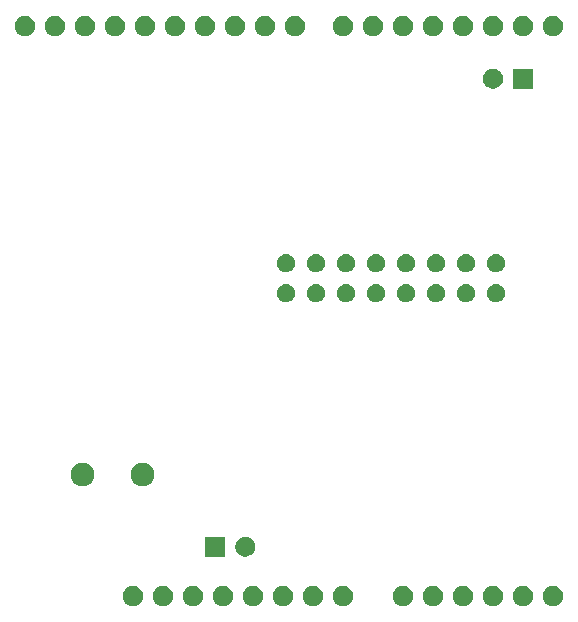
<source format=gbr>
G04 #@! TF.GenerationSoftware,KiCad,Pcbnew,(5.1.6)-1*
G04 #@! TF.CreationDate,2021-01-14T14:31:44+01:00*
G04 #@! TF.ProjectId,Thermolino2,54686572-6d6f-46c6-996e-6f322e6b6963,C*
G04 #@! TF.SameCoordinates,Original*
G04 #@! TF.FileFunction,Soldermask,Bot*
G04 #@! TF.FilePolarity,Negative*
%FSLAX46Y46*%
G04 Gerber Fmt 4.6, Leading zero omitted, Abs format (unit mm)*
G04 Created by KiCad (PCBNEW (5.1.6)-1) date 2021-01-14 14:31:44*
%MOMM*%
%LPD*%
G01*
G04 APERTURE LIST*
%ADD10C,0.152400*%
G04 APERTURE END LIST*
D10*
G36*
X178349480Y-123866994D02*
G01*
X178432903Y-123883587D01*
X178590068Y-123948687D01*
X178731513Y-124043198D01*
X178851802Y-124163487D01*
X178946313Y-124304932D01*
X179011413Y-124462097D01*
X179044600Y-124628943D01*
X179044600Y-124799057D01*
X179011413Y-124965903D01*
X178946313Y-125123068D01*
X178851802Y-125264513D01*
X178731513Y-125384802D01*
X178590068Y-125479313D01*
X178432903Y-125544413D01*
X178349480Y-125561006D01*
X178266059Y-125577600D01*
X178095941Y-125577600D01*
X178012520Y-125561006D01*
X177929097Y-125544413D01*
X177771932Y-125479313D01*
X177630487Y-125384802D01*
X177510198Y-125264513D01*
X177415687Y-125123068D01*
X177350587Y-124965903D01*
X177317400Y-124799057D01*
X177317400Y-124628943D01*
X177350587Y-124462097D01*
X177415687Y-124304932D01*
X177510198Y-124163487D01*
X177630487Y-124043198D01*
X177771932Y-123948687D01*
X177929097Y-123883587D01*
X178012520Y-123866994D01*
X178095941Y-123850400D01*
X178266059Y-123850400D01*
X178349480Y-123866994D01*
G37*
G36*
X173269480Y-123866994D02*
G01*
X173352903Y-123883587D01*
X173510068Y-123948687D01*
X173651513Y-124043198D01*
X173771802Y-124163487D01*
X173866313Y-124304932D01*
X173931413Y-124462097D01*
X173964600Y-124628943D01*
X173964600Y-124799057D01*
X173931413Y-124965903D01*
X173866313Y-125123068D01*
X173771802Y-125264513D01*
X173651513Y-125384802D01*
X173510068Y-125479313D01*
X173352903Y-125544413D01*
X173269480Y-125561006D01*
X173186059Y-125577600D01*
X173015941Y-125577600D01*
X172932520Y-125561006D01*
X172849097Y-125544413D01*
X172691932Y-125479313D01*
X172550487Y-125384802D01*
X172430198Y-125264513D01*
X172335687Y-125123068D01*
X172270587Y-124965903D01*
X172237400Y-124799057D01*
X172237400Y-124628943D01*
X172270587Y-124462097D01*
X172335687Y-124304932D01*
X172430198Y-124163487D01*
X172550487Y-124043198D01*
X172691932Y-123948687D01*
X172849097Y-123883587D01*
X172932520Y-123866994D01*
X173015941Y-123850400D01*
X173186059Y-123850400D01*
X173269480Y-123866994D01*
G37*
G36*
X170729480Y-123866994D02*
G01*
X170812903Y-123883587D01*
X170970068Y-123948687D01*
X171111513Y-124043198D01*
X171231802Y-124163487D01*
X171326313Y-124304932D01*
X171391413Y-124462097D01*
X171424600Y-124628943D01*
X171424600Y-124799057D01*
X171391413Y-124965903D01*
X171326313Y-125123068D01*
X171231802Y-125264513D01*
X171111513Y-125384802D01*
X170970068Y-125479313D01*
X170812903Y-125544413D01*
X170729480Y-125561006D01*
X170646059Y-125577600D01*
X170475941Y-125577600D01*
X170392520Y-125561006D01*
X170309097Y-125544413D01*
X170151932Y-125479313D01*
X170010487Y-125384802D01*
X169890198Y-125264513D01*
X169795687Y-125123068D01*
X169730587Y-124965903D01*
X169697400Y-124799057D01*
X169697400Y-124628943D01*
X169730587Y-124462097D01*
X169795687Y-124304932D01*
X169890198Y-124163487D01*
X170010487Y-124043198D01*
X170151932Y-123948687D01*
X170309097Y-123883587D01*
X170392520Y-123866994D01*
X170475941Y-123850400D01*
X170646059Y-123850400D01*
X170729480Y-123866994D01*
G37*
G36*
X168189480Y-123866994D02*
G01*
X168272903Y-123883587D01*
X168430068Y-123948687D01*
X168571513Y-124043198D01*
X168691802Y-124163487D01*
X168786313Y-124304932D01*
X168851413Y-124462097D01*
X168884600Y-124628943D01*
X168884600Y-124799057D01*
X168851413Y-124965903D01*
X168786313Y-125123068D01*
X168691802Y-125264513D01*
X168571513Y-125384802D01*
X168430068Y-125479313D01*
X168272903Y-125544413D01*
X168189480Y-125561006D01*
X168106059Y-125577600D01*
X167935941Y-125577600D01*
X167852520Y-125561006D01*
X167769097Y-125544413D01*
X167611932Y-125479313D01*
X167470487Y-125384802D01*
X167350198Y-125264513D01*
X167255687Y-125123068D01*
X167190587Y-124965903D01*
X167157400Y-124799057D01*
X167157400Y-124628943D01*
X167190587Y-124462097D01*
X167255687Y-124304932D01*
X167350198Y-124163487D01*
X167470487Y-124043198D01*
X167611932Y-123948687D01*
X167769097Y-123883587D01*
X167852520Y-123866994D01*
X167935941Y-123850400D01*
X168106059Y-123850400D01*
X168189480Y-123866994D01*
G37*
G36*
X142789480Y-123866994D02*
G01*
X142872903Y-123883587D01*
X143030068Y-123948687D01*
X143171513Y-124043198D01*
X143291802Y-124163487D01*
X143386313Y-124304932D01*
X143451413Y-124462097D01*
X143484600Y-124628943D01*
X143484600Y-124799057D01*
X143451413Y-124965903D01*
X143386313Y-125123068D01*
X143291802Y-125264513D01*
X143171513Y-125384802D01*
X143030068Y-125479313D01*
X142872903Y-125544413D01*
X142789480Y-125561006D01*
X142706059Y-125577600D01*
X142535941Y-125577600D01*
X142452520Y-125561006D01*
X142369097Y-125544413D01*
X142211932Y-125479313D01*
X142070487Y-125384802D01*
X141950198Y-125264513D01*
X141855687Y-125123068D01*
X141790587Y-124965903D01*
X141757400Y-124799057D01*
X141757400Y-124628943D01*
X141790587Y-124462097D01*
X141855687Y-124304932D01*
X141950198Y-124163487D01*
X142070487Y-124043198D01*
X142211932Y-123948687D01*
X142369097Y-123883587D01*
X142452520Y-123866994D01*
X142535941Y-123850400D01*
X142706059Y-123850400D01*
X142789480Y-123866994D01*
G37*
G36*
X145329480Y-123866994D02*
G01*
X145412903Y-123883587D01*
X145570068Y-123948687D01*
X145711513Y-124043198D01*
X145831802Y-124163487D01*
X145926313Y-124304932D01*
X145991413Y-124462097D01*
X146024600Y-124628943D01*
X146024600Y-124799057D01*
X145991413Y-124965903D01*
X145926313Y-125123068D01*
X145831802Y-125264513D01*
X145711513Y-125384802D01*
X145570068Y-125479313D01*
X145412903Y-125544413D01*
X145329480Y-125561006D01*
X145246059Y-125577600D01*
X145075941Y-125577600D01*
X144992520Y-125561006D01*
X144909097Y-125544413D01*
X144751932Y-125479313D01*
X144610487Y-125384802D01*
X144490198Y-125264513D01*
X144395687Y-125123068D01*
X144330587Y-124965903D01*
X144297400Y-124799057D01*
X144297400Y-124628943D01*
X144330587Y-124462097D01*
X144395687Y-124304932D01*
X144490198Y-124163487D01*
X144610487Y-124043198D01*
X144751932Y-123948687D01*
X144909097Y-123883587D01*
X144992520Y-123866994D01*
X145075941Y-123850400D01*
X145246059Y-123850400D01*
X145329480Y-123866994D01*
G37*
G36*
X147869480Y-123866994D02*
G01*
X147952903Y-123883587D01*
X148110068Y-123948687D01*
X148251513Y-124043198D01*
X148371802Y-124163487D01*
X148466313Y-124304932D01*
X148531413Y-124462097D01*
X148564600Y-124628943D01*
X148564600Y-124799057D01*
X148531413Y-124965903D01*
X148466313Y-125123068D01*
X148371802Y-125264513D01*
X148251513Y-125384802D01*
X148110068Y-125479313D01*
X147952903Y-125544413D01*
X147869480Y-125561006D01*
X147786059Y-125577600D01*
X147615941Y-125577600D01*
X147532520Y-125561006D01*
X147449097Y-125544413D01*
X147291932Y-125479313D01*
X147150487Y-125384802D01*
X147030198Y-125264513D01*
X146935687Y-125123068D01*
X146870587Y-124965903D01*
X146837400Y-124799057D01*
X146837400Y-124628943D01*
X146870587Y-124462097D01*
X146935687Y-124304932D01*
X147030198Y-124163487D01*
X147150487Y-124043198D01*
X147291932Y-123948687D01*
X147449097Y-123883587D01*
X147532520Y-123866994D01*
X147615941Y-123850400D01*
X147786059Y-123850400D01*
X147869480Y-123866994D01*
G37*
G36*
X150409480Y-123866994D02*
G01*
X150492903Y-123883587D01*
X150650068Y-123948687D01*
X150791513Y-124043198D01*
X150911802Y-124163487D01*
X151006313Y-124304932D01*
X151071413Y-124462097D01*
X151104600Y-124628943D01*
X151104600Y-124799057D01*
X151071413Y-124965903D01*
X151006313Y-125123068D01*
X150911802Y-125264513D01*
X150791513Y-125384802D01*
X150650068Y-125479313D01*
X150492903Y-125544413D01*
X150409480Y-125561006D01*
X150326059Y-125577600D01*
X150155941Y-125577600D01*
X150072520Y-125561006D01*
X149989097Y-125544413D01*
X149831932Y-125479313D01*
X149690487Y-125384802D01*
X149570198Y-125264513D01*
X149475687Y-125123068D01*
X149410587Y-124965903D01*
X149377400Y-124799057D01*
X149377400Y-124628943D01*
X149410587Y-124462097D01*
X149475687Y-124304932D01*
X149570198Y-124163487D01*
X149690487Y-124043198D01*
X149831932Y-123948687D01*
X149989097Y-123883587D01*
X150072520Y-123866994D01*
X150155941Y-123850400D01*
X150326059Y-123850400D01*
X150409480Y-123866994D01*
G37*
G36*
X152949480Y-123866994D02*
G01*
X153032903Y-123883587D01*
X153190068Y-123948687D01*
X153331513Y-124043198D01*
X153451802Y-124163487D01*
X153546313Y-124304932D01*
X153611413Y-124462097D01*
X153644600Y-124628943D01*
X153644600Y-124799057D01*
X153611413Y-124965903D01*
X153546313Y-125123068D01*
X153451802Y-125264513D01*
X153331513Y-125384802D01*
X153190068Y-125479313D01*
X153032903Y-125544413D01*
X152949480Y-125561006D01*
X152866059Y-125577600D01*
X152695941Y-125577600D01*
X152612520Y-125561006D01*
X152529097Y-125544413D01*
X152371932Y-125479313D01*
X152230487Y-125384802D01*
X152110198Y-125264513D01*
X152015687Y-125123068D01*
X151950587Y-124965903D01*
X151917400Y-124799057D01*
X151917400Y-124628943D01*
X151950587Y-124462097D01*
X152015687Y-124304932D01*
X152110198Y-124163487D01*
X152230487Y-124043198D01*
X152371932Y-123948687D01*
X152529097Y-123883587D01*
X152612520Y-123866994D01*
X152695941Y-123850400D01*
X152866059Y-123850400D01*
X152949480Y-123866994D01*
G37*
G36*
X155489480Y-123866994D02*
G01*
X155572903Y-123883587D01*
X155730068Y-123948687D01*
X155871513Y-124043198D01*
X155991802Y-124163487D01*
X156086313Y-124304932D01*
X156151413Y-124462097D01*
X156184600Y-124628943D01*
X156184600Y-124799057D01*
X156151413Y-124965903D01*
X156086313Y-125123068D01*
X155991802Y-125264513D01*
X155871513Y-125384802D01*
X155730068Y-125479313D01*
X155572903Y-125544413D01*
X155489480Y-125561006D01*
X155406059Y-125577600D01*
X155235941Y-125577600D01*
X155152520Y-125561006D01*
X155069097Y-125544413D01*
X154911932Y-125479313D01*
X154770487Y-125384802D01*
X154650198Y-125264513D01*
X154555687Y-125123068D01*
X154490587Y-124965903D01*
X154457400Y-124799057D01*
X154457400Y-124628943D01*
X154490587Y-124462097D01*
X154555687Y-124304932D01*
X154650198Y-124163487D01*
X154770487Y-124043198D01*
X154911932Y-123948687D01*
X155069097Y-123883587D01*
X155152520Y-123866994D01*
X155235941Y-123850400D01*
X155406059Y-123850400D01*
X155489480Y-123866994D01*
G37*
G36*
X158029480Y-123866994D02*
G01*
X158112903Y-123883587D01*
X158270068Y-123948687D01*
X158411513Y-124043198D01*
X158531802Y-124163487D01*
X158626313Y-124304932D01*
X158691413Y-124462097D01*
X158724600Y-124628943D01*
X158724600Y-124799057D01*
X158691413Y-124965903D01*
X158626313Y-125123068D01*
X158531802Y-125264513D01*
X158411513Y-125384802D01*
X158270068Y-125479313D01*
X158112903Y-125544413D01*
X158029480Y-125561006D01*
X157946059Y-125577600D01*
X157775941Y-125577600D01*
X157692520Y-125561006D01*
X157609097Y-125544413D01*
X157451932Y-125479313D01*
X157310487Y-125384802D01*
X157190198Y-125264513D01*
X157095687Y-125123068D01*
X157030587Y-124965903D01*
X156997400Y-124799057D01*
X156997400Y-124628943D01*
X157030587Y-124462097D01*
X157095687Y-124304932D01*
X157190198Y-124163487D01*
X157310487Y-124043198D01*
X157451932Y-123948687D01*
X157609097Y-123883587D01*
X157692520Y-123866994D01*
X157775941Y-123850400D01*
X157946059Y-123850400D01*
X158029480Y-123866994D01*
G37*
G36*
X160569480Y-123866994D02*
G01*
X160652903Y-123883587D01*
X160810068Y-123948687D01*
X160951513Y-124043198D01*
X161071802Y-124163487D01*
X161166313Y-124304932D01*
X161231413Y-124462097D01*
X161264600Y-124628943D01*
X161264600Y-124799057D01*
X161231413Y-124965903D01*
X161166313Y-125123068D01*
X161071802Y-125264513D01*
X160951513Y-125384802D01*
X160810068Y-125479313D01*
X160652903Y-125544413D01*
X160569480Y-125561006D01*
X160486059Y-125577600D01*
X160315941Y-125577600D01*
X160232520Y-125561006D01*
X160149097Y-125544413D01*
X159991932Y-125479313D01*
X159850487Y-125384802D01*
X159730198Y-125264513D01*
X159635687Y-125123068D01*
X159570587Y-124965903D01*
X159537400Y-124799057D01*
X159537400Y-124628943D01*
X159570587Y-124462097D01*
X159635687Y-124304932D01*
X159730198Y-124163487D01*
X159850487Y-124043198D01*
X159991932Y-123948687D01*
X160149097Y-123883587D01*
X160232520Y-123866994D01*
X160315941Y-123850400D01*
X160486059Y-123850400D01*
X160569480Y-123866994D01*
G37*
G36*
X165649480Y-123866994D02*
G01*
X165732903Y-123883587D01*
X165890068Y-123948687D01*
X166031513Y-124043198D01*
X166151802Y-124163487D01*
X166246313Y-124304932D01*
X166311413Y-124462097D01*
X166344600Y-124628943D01*
X166344600Y-124799057D01*
X166311413Y-124965903D01*
X166246313Y-125123068D01*
X166151802Y-125264513D01*
X166031513Y-125384802D01*
X165890068Y-125479313D01*
X165732903Y-125544413D01*
X165649480Y-125561006D01*
X165566059Y-125577600D01*
X165395941Y-125577600D01*
X165312520Y-125561006D01*
X165229097Y-125544413D01*
X165071932Y-125479313D01*
X164930487Y-125384802D01*
X164810198Y-125264513D01*
X164715687Y-125123068D01*
X164650587Y-124965903D01*
X164617400Y-124799057D01*
X164617400Y-124628943D01*
X164650587Y-124462097D01*
X164715687Y-124304932D01*
X164810198Y-124163487D01*
X164930487Y-124043198D01*
X165071932Y-123948687D01*
X165229097Y-123883587D01*
X165312520Y-123866994D01*
X165395941Y-123850400D01*
X165566059Y-123850400D01*
X165649480Y-123866994D01*
G37*
G36*
X175809480Y-123866994D02*
G01*
X175892903Y-123883587D01*
X176050068Y-123948687D01*
X176191513Y-124043198D01*
X176311802Y-124163487D01*
X176406313Y-124304932D01*
X176471413Y-124462097D01*
X176504600Y-124628943D01*
X176504600Y-124799057D01*
X176471413Y-124965903D01*
X176406313Y-125123068D01*
X176311802Y-125264513D01*
X176191513Y-125384802D01*
X176050068Y-125479313D01*
X175892903Y-125544413D01*
X175809480Y-125561006D01*
X175726059Y-125577600D01*
X175555941Y-125577600D01*
X175472520Y-125561006D01*
X175389097Y-125544413D01*
X175231932Y-125479313D01*
X175090487Y-125384802D01*
X174970198Y-125264513D01*
X174875687Y-125123068D01*
X174810587Y-124965903D01*
X174777400Y-124799057D01*
X174777400Y-124628943D01*
X174810587Y-124462097D01*
X174875687Y-124304932D01*
X174970198Y-124163487D01*
X175090487Y-124043198D01*
X175231932Y-123948687D01*
X175389097Y-123883587D01*
X175472520Y-123866994D01*
X175555941Y-123850400D01*
X175726059Y-123850400D01*
X175809480Y-123866994D01*
G37*
G36*
X152393936Y-119705665D02*
G01*
X152548626Y-119769739D01*
X152618076Y-119816145D01*
X152687844Y-119862762D01*
X152806238Y-119981156D01*
X152852855Y-120050924D01*
X152899261Y-120120374D01*
X152963335Y-120275064D01*
X152996000Y-120439282D01*
X152996000Y-120606718D01*
X152963335Y-120770936D01*
X152899261Y-120925626D01*
X152852855Y-120995076D01*
X152806238Y-121064844D01*
X152687844Y-121183238D01*
X152618076Y-121229855D01*
X152548626Y-121276261D01*
X152393936Y-121340335D01*
X152229718Y-121373000D01*
X152062282Y-121373000D01*
X151898064Y-121340335D01*
X151743374Y-121276261D01*
X151673924Y-121229855D01*
X151604156Y-121183238D01*
X151485762Y-121064844D01*
X151439145Y-120995076D01*
X151392739Y-120925626D01*
X151328665Y-120770936D01*
X151296000Y-120606718D01*
X151296000Y-120439282D01*
X151328665Y-120275064D01*
X151392739Y-120120374D01*
X151439145Y-120050924D01*
X151485762Y-119981156D01*
X151604156Y-119862762D01*
X151673924Y-119816145D01*
X151743374Y-119769739D01*
X151898064Y-119705665D01*
X152062282Y-119673000D01*
X152229718Y-119673000D01*
X152393936Y-119705665D01*
G37*
G36*
X150456000Y-121373000D02*
G01*
X148756000Y-121373000D01*
X148756000Y-119673000D01*
X150456000Y-119673000D01*
X150456000Y-121373000D01*
G37*
G36*
X143634090Y-113446214D02*
G01*
X143730689Y-113465429D01*
X143912678Y-113540811D01*
X144076463Y-113650249D01*
X144215751Y-113789537D01*
X144325189Y-113953322D01*
X144400571Y-114135311D01*
X144439000Y-114328509D01*
X144439000Y-114525491D01*
X144400571Y-114718689D01*
X144325189Y-114900678D01*
X144215751Y-115064463D01*
X144076463Y-115203751D01*
X143912678Y-115313189D01*
X143730689Y-115388571D01*
X143634090Y-115407785D01*
X143537493Y-115427000D01*
X143340507Y-115427000D01*
X143243910Y-115407785D01*
X143147311Y-115388571D01*
X142965322Y-115313189D01*
X142801537Y-115203751D01*
X142662249Y-115064463D01*
X142552811Y-114900678D01*
X142477429Y-114718689D01*
X142439000Y-114525491D01*
X142439000Y-114328509D01*
X142477429Y-114135311D01*
X142552811Y-113953322D01*
X142662249Y-113789537D01*
X142801537Y-113650249D01*
X142965322Y-113540811D01*
X143147311Y-113465429D01*
X143243910Y-113446214D01*
X143340507Y-113427000D01*
X143537493Y-113427000D01*
X143634090Y-113446214D01*
G37*
G36*
X138554090Y-113446214D02*
G01*
X138650689Y-113465429D01*
X138832678Y-113540811D01*
X138996463Y-113650249D01*
X139135751Y-113789537D01*
X139245189Y-113953322D01*
X139320571Y-114135311D01*
X139359000Y-114328509D01*
X139359000Y-114525491D01*
X139320571Y-114718689D01*
X139245189Y-114900678D01*
X139135751Y-115064463D01*
X138996463Y-115203751D01*
X138832678Y-115313189D01*
X138650689Y-115388571D01*
X138554090Y-115407785D01*
X138457493Y-115427000D01*
X138260507Y-115427000D01*
X138163910Y-115407785D01*
X138067311Y-115388571D01*
X137885322Y-115313189D01*
X137721537Y-115203751D01*
X137582249Y-115064463D01*
X137472811Y-114900678D01*
X137397429Y-114718689D01*
X137359000Y-114525491D01*
X137359000Y-114328509D01*
X137397429Y-114135311D01*
X137472811Y-113953322D01*
X137582249Y-113789537D01*
X137721537Y-113650249D01*
X137885322Y-113540811D01*
X138067311Y-113465429D01*
X138163910Y-113446214D01*
X138260507Y-113427000D01*
X138457493Y-113427000D01*
X138554090Y-113446214D01*
G37*
G36*
X155699122Y-98307761D02*
G01*
X155797267Y-98327283D01*
X155935942Y-98384724D01*
X155935944Y-98384725D01*
X155998345Y-98426420D01*
X156060747Y-98468116D01*
X156166884Y-98574253D01*
X156250276Y-98699058D01*
X156307717Y-98837733D01*
X156337000Y-98984950D01*
X156337000Y-99135050D01*
X156307717Y-99282267D01*
X156250276Y-99420942D01*
X156166884Y-99545747D01*
X156060747Y-99651884D01*
X155998344Y-99693580D01*
X155935944Y-99735275D01*
X155935943Y-99735276D01*
X155935942Y-99735276D01*
X155797267Y-99792717D01*
X155699122Y-99812239D01*
X155650051Y-99822000D01*
X155499949Y-99822000D01*
X155450878Y-99812239D01*
X155352733Y-99792717D01*
X155214058Y-99735276D01*
X155214057Y-99735276D01*
X155214056Y-99735275D01*
X155151656Y-99693580D01*
X155089253Y-99651884D01*
X154983116Y-99545747D01*
X154899724Y-99420942D01*
X154842283Y-99282267D01*
X154813000Y-99135050D01*
X154813000Y-98984950D01*
X154842283Y-98837733D01*
X154899724Y-98699058D01*
X154983116Y-98574253D01*
X155089253Y-98468116D01*
X155151655Y-98426420D01*
X155214056Y-98384725D01*
X155214058Y-98384724D01*
X155352733Y-98327283D01*
X155450878Y-98307761D01*
X155499949Y-98298000D01*
X155650051Y-98298000D01*
X155699122Y-98307761D01*
G37*
G36*
X158239122Y-98307761D02*
G01*
X158337267Y-98327283D01*
X158475942Y-98384724D01*
X158475944Y-98384725D01*
X158538345Y-98426420D01*
X158600747Y-98468116D01*
X158706884Y-98574253D01*
X158790276Y-98699058D01*
X158847717Y-98837733D01*
X158877000Y-98984950D01*
X158877000Y-99135050D01*
X158847717Y-99282267D01*
X158790276Y-99420942D01*
X158706884Y-99545747D01*
X158600747Y-99651884D01*
X158538344Y-99693580D01*
X158475944Y-99735275D01*
X158475943Y-99735276D01*
X158475942Y-99735276D01*
X158337267Y-99792717D01*
X158239122Y-99812239D01*
X158190051Y-99822000D01*
X158039949Y-99822000D01*
X157990878Y-99812239D01*
X157892733Y-99792717D01*
X157754058Y-99735276D01*
X157754057Y-99735276D01*
X157754056Y-99735275D01*
X157691656Y-99693580D01*
X157629253Y-99651884D01*
X157523116Y-99545747D01*
X157439724Y-99420942D01*
X157382283Y-99282267D01*
X157353000Y-99135050D01*
X157353000Y-98984950D01*
X157382283Y-98837733D01*
X157439724Y-98699058D01*
X157523116Y-98574253D01*
X157629253Y-98468116D01*
X157691655Y-98426420D01*
X157754056Y-98384725D01*
X157754058Y-98384724D01*
X157892733Y-98327283D01*
X157990878Y-98307761D01*
X158039949Y-98298000D01*
X158190051Y-98298000D01*
X158239122Y-98307761D01*
G37*
G36*
X160779122Y-98307761D02*
G01*
X160877267Y-98327283D01*
X161015942Y-98384724D01*
X161015944Y-98384725D01*
X161078345Y-98426420D01*
X161140747Y-98468116D01*
X161246884Y-98574253D01*
X161330276Y-98699058D01*
X161387717Y-98837733D01*
X161417000Y-98984950D01*
X161417000Y-99135050D01*
X161387717Y-99282267D01*
X161330276Y-99420942D01*
X161246884Y-99545747D01*
X161140747Y-99651884D01*
X161078344Y-99693580D01*
X161015944Y-99735275D01*
X161015943Y-99735276D01*
X161015942Y-99735276D01*
X160877267Y-99792717D01*
X160779122Y-99812239D01*
X160730051Y-99822000D01*
X160579949Y-99822000D01*
X160530878Y-99812239D01*
X160432733Y-99792717D01*
X160294058Y-99735276D01*
X160294057Y-99735276D01*
X160294056Y-99735275D01*
X160231656Y-99693580D01*
X160169253Y-99651884D01*
X160063116Y-99545747D01*
X159979724Y-99420942D01*
X159922283Y-99282267D01*
X159893000Y-99135050D01*
X159893000Y-98984950D01*
X159922283Y-98837733D01*
X159979724Y-98699058D01*
X160063116Y-98574253D01*
X160169253Y-98468116D01*
X160231655Y-98426420D01*
X160294056Y-98384725D01*
X160294058Y-98384724D01*
X160432733Y-98327283D01*
X160530878Y-98307761D01*
X160579949Y-98298000D01*
X160730051Y-98298000D01*
X160779122Y-98307761D01*
G37*
G36*
X163319122Y-98307761D02*
G01*
X163417267Y-98327283D01*
X163555942Y-98384724D01*
X163555944Y-98384725D01*
X163618345Y-98426420D01*
X163680747Y-98468116D01*
X163786884Y-98574253D01*
X163870276Y-98699058D01*
X163927717Y-98837733D01*
X163957000Y-98984950D01*
X163957000Y-99135050D01*
X163927717Y-99282267D01*
X163870276Y-99420942D01*
X163786884Y-99545747D01*
X163680747Y-99651884D01*
X163618344Y-99693580D01*
X163555944Y-99735275D01*
X163555943Y-99735276D01*
X163555942Y-99735276D01*
X163417267Y-99792717D01*
X163319122Y-99812239D01*
X163270051Y-99822000D01*
X163119949Y-99822000D01*
X163070878Y-99812239D01*
X162972733Y-99792717D01*
X162834058Y-99735276D01*
X162834057Y-99735276D01*
X162834056Y-99735275D01*
X162771656Y-99693580D01*
X162709253Y-99651884D01*
X162603116Y-99545747D01*
X162519724Y-99420942D01*
X162462283Y-99282267D01*
X162433000Y-99135050D01*
X162433000Y-98984950D01*
X162462283Y-98837733D01*
X162519724Y-98699058D01*
X162603116Y-98574253D01*
X162709253Y-98468116D01*
X162771655Y-98426420D01*
X162834056Y-98384725D01*
X162834058Y-98384724D01*
X162972733Y-98327283D01*
X163070878Y-98307761D01*
X163119949Y-98298000D01*
X163270051Y-98298000D01*
X163319122Y-98307761D01*
G37*
G36*
X165859122Y-98307761D02*
G01*
X165957267Y-98327283D01*
X166095942Y-98384724D01*
X166095944Y-98384725D01*
X166158345Y-98426420D01*
X166220747Y-98468116D01*
X166326884Y-98574253D01*
X166410276Y-98699058D01*
X166467717Y-98837733D01*
X166497000Y-98984950D01*
X166497000Y-99135050D01*
X166467717Y-99282267D01*
X166410276Y-99420942D01*
X166326884Y-99545747D01*
X166220747Y-99651884D01*
X166158344Y-99693580D01*
X166095944Y-99735275D01*
X166095943Y-99735276D01*
X166095942Y-99735276D01*
X165957267Y-99792717D01*
X165859122Y-99812239D01*
X165810051Y-99822000D01*
X165659949Y-99822000D01*
X165610878Y-99812239D01*
X165512733Y-99792717D01*
X165374058Y-99735276D01*
X165374057Y-99735276D01*
X165374056Y-99735275D01*
X165311656Y-99693580D01*
X165249253Y-99651884D01*
X165143116Y-99545747D01*
X165059724Y-99420942D01*
X165002283Y-99282267D01*
X164973000Y-99135050D01*
X164973000Y-98984950D01*
X165002283Y-98837733D01*
X165059724Y-98699058D01*
X165143116Y-98574253D01*
X165249253Y-98468116D01*
X165311655Y-98426420D01*
X165374056Y-98384725D01*
X165374058Y-98384724D01*
X165512733Y-98327283D01*
X165610878Y-98307761D01*
X165659949Y-98298000D01*
X165810051Y-98298000D01*
X165859122Y-98307761D01*
G37*
G36*
X168399122Y-98307761D02*
G01*
X168497267Y-98327283D01*
X168635942Y-98384724D01*
X168635944Y-98384725D01*
X168698345Y-98426420D01*
X168760747Y-98468116D01*
X168866884Y-98574253D01*
X168950276Y-98699058D01*
X169007717Y-98837733D01*
X169037000Y-98984950D01*
X169037000Y-99135050D01*
X169007717Y-99282267D01*
X168950276Y-99420942D01*
X168866884Y-99545747D01*
X168760747Y-99651884D01*
X168698344Y-99693580D01*
X168635944Y-99735275D01*
X168635943Y-99735276D01*
X168635942Y-99735276D01*
X168497267Y-99792717D01*
X168399122Y-99812239D01*
X168350051Y-99822000D01*
X168199949Y-99822000D01*
X168150878Y-99812239D01*
X168052733Y-99792717D01*
X167914058Y-99735276D01*
X167914057Y-99735276D01*
X167914056Y-99735275D01*
X167851656Y-99693580D01*
X167789253Y-99651884D01*
X167683116Y-99545747D01*
X167599724Y-99420942D01*
X167542283Y-99282267D01*
X167513000Y-99135050D01*
X167513000Y-98984950D01*
X167542283Y-98837733D01*
X167599724Y-98699058D01*
X167683116Y-98574253D01*
X167789253Y-98468116D01*
X167851655Y-98426420D01*
X167914056Y-98384725D01*
X167914058Y-98384724D01*
X168052733Y-98327283D01*
X168150878Y-98307761D01*
X168199949Y-98298000D01*
X168350051Y-98298000D01*
X168399122Y-98307761D01*
G37*
G36*
X170939122Y-98307761D02*
G01*
X171037267Y-98327283D01*
X171175942Y-98384724D01*
X171175944Y-98384725D01*
X171238345Y-98426420D01*
X171300747Y-98468116D01*
X171406884Y-98574253D01*
X171490276Y-98699058D01*
X171547717Y-98837733D01*
X171577000Y-98984950D01*
X171577000Y-99135050D01*
X171547717Y-99282267D01*
X171490276Y-99420942D01*
X171406884Y-99545747D01*
X171300747Y-99651884D01*
X171238344Y-99693580D01*
X171175944Y-99735275D01*
X171175943Y-99735276D01*
X171175942Y-99735276D01*
X171037267Y-99792717D01*
X170939122Y-99812239D01*
X170890051Y-99822000D01*
X170739949Y-99822000D01*
X170690878Y-99812239D01*
X170592733Y-99792717D01*
X170454058Y-99735276D01*
X170454057Y-99735276D01*
X170454056Y-99735275D01*
X170391656Y-99693580D01*
X170329253Y-99651884D01*
X170223116Y-99545747D01*
X170139724Y-99420942D01*
X170082283Y-99282267D01*
X170053000Y-99135050D01*
X170053000Y-98984950D01*
X170082283Y-98837733D01*
X170139724Y-98699058D01*
X170223116Y-98574253D01*
X170329253Y-98468116D01*
X170391655Y-98426420D01*
X170454056Y-98384725D01*
X170454058Y-98384724D01*
X170592733Y-98327283D01*
X170690878Y-98307761D01*
X170739949Y-98298000D01*
X170890051Y-98298000D01*
X170939122Y-98307761D01*
G37*
G36*
X173479122Y-98307761D02*
G01*
X173577267Y-98327283D01*
X173715942Y-98384724D01*
X173715944Y-98384725D01*
X173778345Y-98426420D01*
X173840747Y-98468116D01*
X173946884Y-98574253D01*
X174030276Y-98699058D01*
X174087717Y-98837733D01*
X174117000Y-98984950D01*
X174117000Y-99135050D01*
X174087717Y-99282267D01*
X174030276Y-99420942D01*
X173946884Y-99545747D01*
X173840747Y-99651884D01*
X173778344Y-99693580D01*
X173715944Y-99735275D01*
X173715943Y-99735276D01*
X173715942Y-99735276D01*
X173577267Y-99792717D01*
X173479122Y-99812239D01*
X173430051Y-99822000D01*
X173279949Y-99822000D01*
X173230878Y-99812239D01*
X173132733Y-99792717D01*
X172994058Y-99735276D01*
X172994057Y-99735276D01*
X172994056Y-99735275D01*
X172931656Y-99693580D01*
X172869253Y-99651884D01*
X172763116Y-99545747D01*
X172679724Y-99420942D01*
X172622283Y-99282267D01*
X172593000Y-99135050D01*
X172593000Y-98984950D01*
X172622283Y-98837733D01*
X172679724Y-98699058D01*
X172763116Y-98574253D01*
X172869253Y-98468116D01*
X172931655Y-98426420D01*
X172994056Y-98384725D01*
X172994058Y-98384724D01*
X173132733Y-98327283D01*
X173230878Y-98307761D01*
X173279949Y-98298000D01*
X173430051Y-98298000D01*
X173479122Y-98307761D01*
G37*
G36*
X155699122Y-95767761D02*
G01*
X155797267Y-95787283D01*
X155935942Y-95844724D01*
X155935944Y-95844725D01*
X155998345Y-95886420D01*
X156060747Y-95928116D01*
X156166884Y-96034253D01*
X156250276Y-96159058D01*
X156307717Y-96297733D01*
X156337000Y-96444950D01*
X156337000Y-96595050D01*
X156307717Y-96742267D01*
X156250276Y-96880942D01*
X156166884Y-97005747D01*
X156060747Y-97111884D01*
X155998345Y-97153580D01*
X155935944Y-97195275D01*
X155935943Y-97195276D01*
X155935942Y-97195276D01*
X155797267Y-97252717D01*
X155699122Y-97272239D01*
X155650051Y-97282000D01*
X155499949Y-97282000D01*
X155450878Y-97272239D01*
X155352733Y-97252717D01*
X155214058Y-97195276D01*
X155214057Y-97195276D01*
X155214056Y-97195275D01*
X155151656Y-97153580D01*
X155089253Y-97111884D01*
X154983116Y-97005747D01*
X154899724Y-96880942D01*
X154842283Y-96742267D01*
X154813000Y-96595050D01*
X154813000Y-96444950D01*
X154842283Y-96297733D01*
X154899724Y-96159058D01*
X154983116Y-96034253D01*
X155089253Y-95928116D01*
X155151655Y-95886420D01*
X155214056Y-95844725D01*
X155214058Y-95844724D01*
X155352733Y-95787283D01*
X155450878Y-95767761D01*
X155499949Y-95758000D01*
X155650051Y-95758000D01*
X155699122Y-95767761D01*
G37*
G36*
X165859122Y-95767761D02*
G01*
X165957267Y-95787283D01*
X166095942Y-95844724D01*
X166095944Y-95844725D01*
X166158345Y-95886420D01*
X166220747Y-95928116D01*
X166326884Y-96034253D01*
X166410276Y-96159058D01*
X166467717Y-96297733D01*
X166497000Y-96444950D01*
X166497000Y-96595050D01*
X166467717Y-96742267D01*
X166410276Y-96880942D01*
X166326884Y-97005747D01*
X166220747Y-97111884D01*
X166158345Y-97153580D01*
X166095944Y-97195275D01*
X166095943Y-97195276D01*
X166095942Y-97195276D01*
X165957267Y-97252717D01*
X165859122Y-97272239D01*
X165810051Y-97282000D01*
X165659949Y-97282000D01*
X165610878Y-97272239D01*
X165512733Y-97252717D01*
X165374058Y-97195276D01*
X165374057Y-97195276D01*
X165374056Y-97195275D01*
X165311656Y-97153580D01*
X165249253Y-97111884D01*
X165143116Y-97005747D01*
X165059724Y-96880942D01*
X165002283Y-96742267D01*
X164973000Y-96595050D01*
X164973000Y-96444950D01*
X165002283Y-96297733D01*
X165059724Y-96159058D01*
X165143116Y-96034253D01*
X165249253Y-95928116D01*
X165311655Y-95886420D01*
X165374056Y-95844725D01*
X165374058Y-95844724D01*
X165512733Y-95787283D01*
X165610878Y-95767761D01*
X165659949Y-95758000D01*
X165810051Y-95758000D01*
X165859122Y-95767761D01*
G37*
G36*
X168399122Y-95767761D02*
G01*
X168497267Y-95787283D01*
X168635942Y-95844724D01*
X168635944Y-95844725D01*
X168698345Y-95886420D01*
X168760747Y-95928116D01*
X168866884Y-96034253D01*
X168950276Y-96159058D01*
X169007717Y-96297733D01*
X169037000Y-96444950D01*
X169037000Y-96595050D01*
X169007717Y-96742267D01*
X168950276Y-96880942D01*
X168866884Y-97005747D01*
X168760747Y-97111884D01*
X168698345Y-97153580D01*
X168635944Y-97195275D01*
X168635943Y-97195276D01*
X168635942Y-97195276D01*
X168497267Y-97252717D01*
X168399122Y-97272239D01*
X168350051Y-97282000D01*
X168199949Y-97282000D01*
X168150878Y-97272239D01*
X168052733Y-97252717D01*
X167914058Y-97195276D01*
X167914057Y-97195276D01*
X167914056Y-97195275D01*
X167851656Y-97153580D01*
X167789253Y-97111884D01*
X167683116Y-97005747D01*
X167599724Y-96880942D01*
X167542283Y-96742267D01*
X167513000Y-96595050D01*
X167513000Y-96444950D01*
X167542283Y-96297733D01*
X167599724Y-96159058D01*
X167683116Y-96034253D01*
X167789253Y-95928116D01*
X167851655Y-95886420D01*
X167914056Y-95844725D01*
X167914058Y-95844724D01*
X168052733Y-95787283D01*
X168150878Y-95767761D01*
X168199949Y-95758000D01*
X168350051Y-95758000D01*
X168399122Y-95767761D01*
G37*
G36*
X173479122Y-95767761D02*
G01*
X173577267Y-95787283D01*
X173715942Y-95844724D01*
X173715944Y-95844725D01*
X173778345Y-95886420D01*
X173840747Y-95928116D01*
X173946884Y-96034253D01*
X174030276Y-96159058D01*
X174087717Y-96297733D01*
X174117000Y-96444950D01*
X174117000Y-96595050D01*
X174087717Y-96742267D01*
X174030276Y-96880942D01*
X173946884Y-97005747D01*
X173840747Y-97111884D01*
X173778345Y-97153580D01*
X173715944Y-97195275D01*
X173715943Y-97195276D01*
X173715942Y-97195276D01*
X173577267Y-97252717D01*
X173479122Y-97272239D01*
X173430051Y-97282000D01*
X173279949Y-97282000D01*
X173230878Y-97272239D01*
X173132733Y-97252717D01*
X172994058Y-97195276D01*
X172994057Y-97195276D01*
X172994056Y-97195275D01*
X172931656Y-97153580D01*
X172869253Y-97111884D01*
X172763116Y-97005747D01*
X172679724Y-96880942D01*
X172622283Y-96742267D01*
X172593000Y-96595050D01*
X172593000Y-96444950D01*
X172622283Y-96297733D01*
X172679724Y-96159058D01*
X172763116Y-96034253D01*
X172869253Y-95928116D01*
X172931655Y-95886420D01*
X172994056Y-95844725D01*
X172994058Y-95844724D01*
X173132733Y-95787283D01*
X173230878Y-95767761D01*
X173279949Y-95758000D01*
X173430051Y-95758000D01*
X173479122Y-95767761D01*
G37*
G36*
X160779122Y-95767761D02*
G01*
X160877267Y-95787283D01*
X161015942Y-95844724D01*
X161015944Y-95844725D01*
X161078345Y-95886420D01*
X161140747Y-95928116D01*
X161246884Y-96034253D01*
X161330276Y-96159058D01*
X161387717Y-96297733D01*
X161417000Y-96444950D01*
X161417000Y-96595050D01*
X161387717Y-96742267D01*
X161330276Y-96880942D01*
X161246884Y-97005747D01*
X161140747Y-97111884D01*
X161078345Y-97153580D01*
X161015944Y-97195275D01*
X161015943Y-97195276D01*
X161015942Y-97195276D01*
X160877267Y-97252717D01*
X160779122Y-97272239D01*
X160730051Y-97282000D01*
X160579949Y-97282000D01*
X160530878Y-97272239D01*
X160432733Y-97252717D01*
X160294058Y-97195276D01*
X160294057Y-97195276D01*
X160294056Y-97195275D01*
X160231656Y-97153580D01*
X160169253Y-97111884D01*
X160063116Y-97005747D01*
X159979724Y-96880942D01*
X159922283Y-96742267D01*
X159893000Y-96595050D01*
X159893000Y-96444950D01*
X159922283Y-96297733D01*
X159979724Y-96159058D01*
X160063116Y-96034253D01*
X160169253Y-95928116D01*
X160231655Y-95886420D01*
X160294056Y-95844725D01*
X160294058Y-95844724D01*
X160432733Y-95787283D01*
X160530878Y-95767761D01*
X160579949Y-95758000D01*
X160730051Y-95758000D01*
X160779122Y-95767761D01*
G37*
G36*
X158239122Y-95767761D02*
G01*
X158337267Y-95787283D01*
X158475942Y-95844724D01*
X158475944Y-95844725D01*
X158538345Y-95886420D01*
X158600747Y-95928116D01*
X158706884Y-96034253D01*
X158790276Y-96159058D01*
X158847717Y-96297733D01*
X158877000Y-96444950D01*
X158877000Y-96595050D01*
X158847717Y-96742267D01*
X158790276Y-96880942D01*
X158706884Y-97005747D01*
X158600747Y-97111884D01*
X158538345Y-97153580D01*
X158475944Y-97195275D01*
X158475943Y-97195276D01*
X158475942Y-97195276D01*
X158337267Y-97252717D01*
X158239122Y-97272239D01*
X158190051Y-97282000D01*
X158039949Y-97282000D01*
X157990878Y-97272239D01*
X157892733Y-97252717D01*
X157754058Y-97195276D01*
X157754057Y-97195276D01*
X157754056Y-97195275D01*
X157691656Y-97153580D01*
X157629253Y-97111884D01*
X157523116Y-97005747D01*
X157439724Y-96880942D01*
X157382283Y-96742267D01*
X157353000Y-96595050D01*
X157353000Y-96444950D01*
X157382283Y-96297733D01*
X157439724Y-96159058D01*
X157523116Y-96034253D01*
X157629253Y-95928116D01*
X157691655Y-95886420D01*
X157754056Y-95844725D01*
X157754058Y-95844724D01*
X157892733Y-95787283D01*
X157990878Y-95767761D01*
X158039949Y-95758000D01*
X158190051Y-95758000D01*
X158239122Y-95767761D01*
G37*
G36*
X170939122Y-95767761D02*
G01*
X171037267Y-95787283D01*
X171175942Y-95844724D01*
X171175944Y-95844725D01*
X171238345Y-95886420D01*
X171300747Y-95928116D01*
X171406884Y-96034253D01*
X171490276Y-96159058D01*
X171547717Y-96297733D01*
X171577000Y-96444950D01*
X171577000Y-96595050D01*
X171547717Y-96742267D01*
X171490276Y-96880942D01*
X171406884Y-97005747D01*
X171300747Y-97111884D01*
X171238345Y-97153580D01*
X171175944Y-97195275D01*
X171175943Y-97195276D01*
X171175942Y-97195276D01*
X171037267Y-97252717D01*
X170939122Y-97272239D01*
X170890051Y-97282000D01*
X170739949Y-97282000D01*
X170690878Y-97272239D01*
X170592733Y-97252717D01*
X170454058Y-97195276D01*
X170454057Y-97195276D01*
X170454056Y-97195275D01*
X170391656Y-97153580D01*
X170329253Y-97111884D01*
X170223116Y-97005747D01*
X170139724Y-96880942D01*
X170082283Y-96742267D01*
X170053000Y-96595050D01*
X170053000Y-96444950D01*
X170082283Y-96297733D01*
X170139724Y-96159058D01*
X170223116Y-96034253D01*
X170329253Y-95928116D01*
X170391655Y-95886420D01*
X170454056Y-95844725D01*
X170454058Y-95844724D01*
X170592733Y-95787283D01*
X170690878Y-95767761D01*
X170739949Y-95758000D01*
X170890051Y-95758000D01*
X170939122Y-95767761D01*
G37*
G36*
X163319122Y-95767761D02*
G01*
X163417267Y-95787283D01*
X163555942Y-95844724D01*
X163555944Y-95844725D01*
X163618345Y-95886420D01*
X163680747Y-95928116D01*
X163786884Y-96034253D01*
X163870276Y-96159058D01*
X163927717Y-96297733D01*
X163957000Y-96444950D01*
X163957000Y-96595050D01*
X163927717Y-96742267D01*
X163870276Y-96880942D01*
X163786884Y-97005747D01*
X163680747Y-97111884D01*
X163618345Y-97153580D01*
X163555944Y-97195275D01*
X163555943Y-97195276D01*
X163555942Y-97195276D01*
X163417267Y-97252717D01*
X163319122Y-97272239D01*
X163270051Y-97282000D01*
X163119949Y-97282000D01*
X163070878Y-97272239D01*
X162972733Y-97252717D01*
X162834058Y-97195276D01*
X162834057Y-97195276D01*
X162834056Y-97195275D01*
X162771656Y-97153580D01*
X162709253Y-97111884D01*
X162603116Y-97005747D01*
X162519724Y-96880942D01*
X162462283Y-96742267D01*
X162433000Y-96595050D01*
X162433000Y-96444950D01*
X162462283Y-96297733D01*
X162519724Y-96159058D01*
X162603116Y-96034253D01*
X162709253Y-95928116D01*
X162771655Y-95886420D01*
X162834056Y-95844725D01*
X162834058Y-95844724D01*
X162972733Y-95787283D01*
X163070878Y-95767761D01*
X163119949Y-95758000D01*
X163270051Y-95758000D01*
X163319122Y-95767761D01*
G37*
G36*
X176491000Y-81749000D02*
G01*
X174791000Y-81749000D01*
X174791000Y-80049000D01*
X176491000Y-80049000D01*
X176491000Y-81749000D01*
G37*
G36*
X173348936Y-80081665D02*
G01*
X173503626Y-80145739D01*
X173573076Y-80192145D01*
X173642844Y-80238762D01*
X173761238Y-80357156D01*
X173807855Y-80426924D01*
X173854261Y-80496374D01*
X173918335Y-80651064D01*
X173951000Y-80815282D01*
X173951000Y-80982718D01*
X173918335Y-81146936D01*
X173854261Y-81301626D01*
X173807855Y-81371076D01*
X173761238Y-81440844D01*
X173642844Y-81559238D01*
X173573076Y-81605855D01*
X173503626Y-81652261D01*
X173348936Y-81716335D01*
X173184718Y-81749000D01*
X173017282Y-81749000D01*
X172853064Y-81716335D01*
X172698374Y-81652261D01*
X172628924Y-81605855D01*
X172559156Y-81559238D01*
X172440762Y-81440844D01*
X172394145Y-81371076D01*
X172347739Y-81301626D01*
X172283665Y-81146936D01*
X172251000Y-80982718D01*
X172251000Y-80815282D01*
X172283665Y-80651064D01*
X172347739Y-80496374D01*
X172394145Y-80426924D01*
X172440762Y-80357156D01*
X172559156Y-80238762D01*
X172628924Y-80192145D01*
X172698374Y-80145739D01*
X172853064Y-80081665D01*
X173017282Y-80049000D01*
X173184718Y-80049000D01*
X173348936Y-80081665D01*
G37*
G36*
X178349480Y-75606994D02*
G01*
X178432903Y-75623587D01*
X178590068Y-75688687D01*
X178731513Y-75783198D01*
X178851802Y-75903487D01*
X178946313Y-76044932D01*
X179011413Y-76202097D01*
X179044600Y-76368943D01*
X179044600Y-76539057D01*
X179011413Y-76705903D01*
X178946313Y-76863068D01*
X178851802Y-77004513D01*
X178731513Y-77124802D01*
X178590068Y-77219313D01*
X178432903Y-77284413D01*
X178349480Y-77301007D01*
X178266059Y-77317600D01*
X178095941Y-77317600D01*
X178012520Y-77301006D01*
X177929097Y-77284413D01*
X177771932Y-77219313D01*
X177630487Y-77124802D01*
X177510198Y-77004513D01*
X177415687Y-76863068D01*
X177350587Y-76705903D01*
X177317400Y-76539057D01*
X177317400Y-76368943D01*
X177350587Y-76202097D01*
X177415687Y-76044932D01*
X177510198Y-75903487D01*
X177630487Y-75783198D01*
X177771932Y-75688687D01*
X177929097Y-75623587D01*
X178012520Y-75606993D01*
X178095941Y-75590400D01*
X178266059Y-75590400D01*
X178349480Y-75606994D01*
G37*
G36*
X175809480Y-75606994D02*
G01*
X175892903Y-75623587D01*
X176050068Y-75688687D01*
X176191513Y-75783198D01*
X176311802Y-75903487D01*
X176406313Y-76044932D01*
X176471413Y-76202097D01*
X176504600Y-76368943D01*
X176504600Y-76539057D01*
X176471413Y-76705903D01*
X176406313Y-76863068D01*
X176311802Y-77004513D01*
X176191513Y-77124802D01*
X176050068Y-77219313D01*
X175892903Y-77284413D01*
X175809480Y-77301007D01*
X175726059Y-77317600D01*
X175555941Y-77317600D01*
X175472520Y-77301006D01*
X175389097Y-77284413D01*
X175231932Y-77219313D01*
X175090487Y-77124802D01*
X174970198Y-77004513D01*
X174875687Y-76863068D01*
X174810587Y-76705903D01*
X174777400Y-76539057D01*
X174777400Y-76368943D01*
X174810587Y-76202097D01*
X174875687Y-76044932D01*
X174970198Y-75903487D01*
X175090487Y-75783198D01*
X175231932Y-75688687D01*
X175389097Y-75623587D01*
X175472520Y-75606993D01*
X175555941Y-75590400D01*
X175726059Y-75590400D01*
X175809480Y-75606994D01*
G37*
G36*
X173269480Y-75606994D02*
G01*
X173352903Y-75623587D01*
X173510068Y-75688687D01*
X173651513Y-75783198D01*
X173771802Y-75903487D01*
X173866313Y-76044932D01*
X173931413Y-76202097D01*
X173964600Y-76368943D01*
X173964600Y-76539057D01*
X173931413Y-76705903D01*
X173866313Y-76863068D01*
X173771802Y-77004513D01*
X173651513Y-77124802D01*
X173510068Y-77219313D01*
X173352903Y-77284413D01*
X173269480Y-77301007D01*
X173186059Y-77317600D01*
X173015941Y-77317600D01*
X172932520Y-77301006D01*
X172849097Y-77284413D01*
X172691932Y-77219313D01*
X172550487Y-77124802D01*
X172430198Y-77004513D01*
X172335687Y-76863068D01*
X172270587Y-76705903D01*
X172237400Y-76539057D01*
X172237400Y-76368943D01*
X172270587Y-76202097D01*
X172335687Y-76044932D01*
X172430198Y-75903487D01*
X172550487Y-75783198D01*
X172691932Y-75688687D01*
X172849097Y-75623587D01*
X172932520Y-75606993D01*
X173015941Y-75590400D01*
X173186059Y-75590400D01*
X173269480Y-75606994D01*
G37*
G36*
X170729480Y-75606994D02*
G01*
X170812903Y-75623587D01*
X170970068Y-75688687D01*
X171111513Y-75783198D01*
X171231802Y-75903487D01*
X171326313Y-76044932D01*
X171391413Y-76202097D01*
X171424600Y-76368943D01*
X171424600Y-76539057D01*
X171391413Y-76705903D01*
X171326313Y-76863068D01*
X171231802Y-77004513D01*
X171111513Y-77124802D01*
X170970068Y-77219313D01*
X170812903Y-77284413D01*
X170729480Y-77301007D01*
X170646059Y-77317600D01*
X170475941Y-77317600D01*
X170392520Y-77301006D01*
X170309097Y-77284413D01*
X170151932Y-77219313D01*
X170010487Y-77124802D01*
X169890198Y-77004513D01*
X169795687Y-76863068D01*
X169730587Y-76705903D01*
X169697400Y-76539057D01*
X169697400Y-76368943D01*
X169730587Y-76202097D01*
X169795687Y-76044932D01*
X169890198Y-75903487D01*
X170010487Y-75783198D01*
X170151932Y-75688687D01*
X170309097Y-75623587D01*
X170392520Y-75606993D01*
X170475941Y-75590400D01*
X170646059Y-75590400D01*
X170729480Y-75606994D01*
G37*
G36*
X168189480Y-75606994D02*
G01*
X168272903Y-75623587D01*
X168430068Y-75688687D01*
X168571513Y-75783198D01*
X168691802Y-75903487D01*
X168786313Y-76044932D01*
X168851413Y-76202097D01*
X168884600Y-76368943D01*
X168884600Y-76539057D01*
X168851413Y-76705903D01*
X168786313Y-76863068D01*
X168691802Y-77004513D01*
X168571513Y-77124802D01*
X168430068Y-77219313D01*
X168272903Y-77284413D01*
X168189480Y-77301007D01*
X168106059Y-77317600D01*
X167935941Y-77317600D01*
X167852520Y-77301006D01*
X167769097Y-77284413D01*
X167611932Y-77219313D01*
X167470487Y-77124802D01*
X167350198Y-77004513D01*
X167255687Y-76863068D01*
X167190587Y-76705903D01*
X167157400Y-76539057D01*
X167157400Y-76368943D01*
X167190587Y-76202097D01*
X167255687Y-76044932D01*
X167350198Y-75903487D01*
X167470487Y-75783198D01*
X167611932Y-75688687D01*
X167769097Y-75623587D01*
X167852520Y-75606993D01*
X167935941Y-75590400D01*
X168106059Y-75590400D01*
X168189480Y-75606994D01*
G37*
G36*
X165649480Y-75606994D02*
G01*
X165732903Y-75623587D01*
X165890068Y-75688687D01*
X166031513Y-75783198D01*
X166151802Y-75903487D01*
X166246313Y-76044932D01*
X166311413Y-76202097D01*
X166344600Y-76368943D01*
X166344600Y-76539057D01*
X166311413Y-76705903D01*
X166246313Y-76863068D01*
X166151802Y-77004513D01*
X166031513Y-77124802D01*
X165890068Y-77219313D01*
X165732903Y-77284413D01*
X165649480Y-77301007D01*
X165566059Y-77317600D01*
X165395941Y-77317600D01*
X165312520Y-77301006D01*
X165229097Y-77284413D01*
X165071932Y-77219313D01*
X164930487Y-77124802D01*
X164810198Y-77004513D01*
X164715687Y-76863068D01*
X164650587Y-76705903D01*
X164617400Y-76539057D01*
X164617400Y-76368943D01*
X164650587Y-76202097D01*
X164715687Y-76044932D01*
X164810198Y-75903487D01*
X164930487Y-75783198D01*
X165071932Y-75688687D01*
X165229097Y-75623587D01*
X165312520Y-75606993D01*
X165395941Y-75590400D01*
X165566059Y-75590400D01*
X165649480Y-75606994D01*
G37*
G36*
X163109480Y-75606994D02*
G01*
X163192903Y-75623587D01*
X163350068Y-75688687D01*
X163491513Y-75783198D01*
X163611802Y-75903487D01*
X163706313Y-76044932D01*
X163771413Y-76202097D01*
X163804600Y-76368943D01*
X163804600Y-76539057D01*
X163771413Y-76705903D01*
X163706313Y-76863068D01*
X163611802Y-77004513D01*
X163491513Y-77124802D01*
X163350068Y-77219313D01*
X163192903Y-77284413D01*
X163109480Y-77301007D01*
X163026059Y-77317600D01*
X162855941Y-77317600D01*
X162772520Y-77301006D01*
X162689097Y-77284413D01*
X162531932Y-77219313D01*
X162390487Y-77124802D01*
X162270198Y-77004513D01*
X162175687Y-76863068D01*
X162110587Y-76705903D01*
X162077400Y-76539057D01*
X162077400Y-76368943D01*
X162110587Y-76202097D01*
X162175687Y-76044932D01*
X162270198Y-75903487D01*
X162390487Y-75783198D01*
X162531932Y-75688687D01*
X162689097Y-75623587D01*
X162772520Y-75606993D01*
X162855941Y-75590400D01*
X163026059Y-75590400D01*
X163109480Y-75606994D01*
G37*
G36*
X160569480Y-75606994D02*
G01*
X160652903Y-75623587D01*
X160810068Y-75688687D01*
X160951513Y-75783198D01*
X161071802Y-75903487D01*
X161166313Y-76044932D01*
X161231413Y-76202097D01*
X161264600Y-76368943D01*
X161264600Y-76539057D01*
X161231413Y-76705903D01*
X161166313Y-76863068D01*
X161071802Y-77004513D01*
X160951513Y-77124802D01*
X160810068Y-77219313D01*
X160652903Y-77284413D01*
X160569480Y-77301007D01*
X160486059Y-77317600D01*
X160315941Y-77317600D01*
X160232520Y-77301006D01*
X160149097Y-77284413D01*
X159991932Y-77219313D01*
X159850487Y-77124802D01*
X159730198Y-77004513D01*
X159635687Y-76863068D01*
X159570587Y-76705903D01*
X159537400Y-76539057D01*
X159537400Y-76368943D01*
X159570587Y-76202097D01*
X159635687Y-76044932D01*
X159730198Y-75903487D01*
X159850487Y-75783198D01*
X159991932Y-75688687D01*
X160149097Y-75623587D01*
X160232520Y-75606993D01*
X160315941Y-75590400D01*
X160486059Y-75590400D01*
X160569480Y-75606994D01*
G37*
G36*
X156505480Y-75606994D02*
G01*
X156588903Y-75623587D01*
X156746068Y-75688687D01*
X156887513Y-75783198D01*
X157007802Y-75903487D01*
X157102313Y-76044932D01*
X157167413Y-76202097D01*
X157200600Y-76368943D01*
X157200600Y-76539057D01*
X157167413Y-76705903D01*
X157102313Y-76863068D01*
X157007802Y-77004513D01*
X156887513Y-77124802D01*
X156746068Y-77219313D01*
X156588903Y-77284413D01*
X156505480Y-77301007D01*
X156422059Y-77317600D01*
X156251941Y-77317600D01*
X156168520Y-77301006D01*
X156085097Y-77284413D01*
X155927932Y-77219313D01*
X155786487Y-77124802D01*
X155666198Y-77004513D01*
X155571687Y-76863068D01*
X155506587Y-76705903D01*
X155473400Y-76539057D01*
X155473400Y-76368943D01*
X155506587Y-76202097D01*
X155571687Y-76044932D01*
X155666198Y-75903487D01*
X155786487Y-75783198D01*
X155927932Y-75688687D01*
X156085097Y-75623587D01*
X156168520Y-75606994D01*
X156251941Y-75590400D01*
X156422059Y-75590400D01*
X156505480Y-75606994D01*
G37*
G36*
X153965480Y-75606994D02*
G01*
X154048903Y-75623587D01*
X154206068Y-75688687D01*
X154347513Y-75783198D01*
X154467802Y-75903487D01*
X154562313Y-76044932D01*
X154627413Y-76202097D01*
X154660600Y-76368943D01*
X154660600Y-76539057D01*
X154627413Y-76705903D01*
X154562313Y-76863068D01*
X154467802Y-77004513D01*
X154347513Y-77124802D01*
X154206068Y-77219313D01*
X154048903Y-77284413D01*
X153965480Y-77301007D01*
X153882059Y-77317600D01*
X153711941Y-77317600D01*
X153628520Y-77301006D01*
X153545097Y-77284413D01*
X153387932Y-77219313D01*
X153246487Y-77124802D01*
X153126198Y-77004513D01*
X153031687Y-76863068D01*
X152966587Y-76705903D01*
X152933400Y-76539057D01*
X152933400Y-76368943D01*
X152966587Y-76202097D01*
X153031687Y-76044932D01*
X153126198Y-75903487D01*
X153246487Y-75783198D01*
X153387932Y-75688687D01*
X153545097Y-75623587D01*
X153628520Y-75606994D01*
X153711941Y-75590400D01*
X153882059Y-75590400D01*
X153965480Y-75606994D01*
G37*
G36*
X151425480Y-75606994D02*
G01*
X151508903Y-75623587D01*
X151666068Y-75688687D01*
X151807513Y-75783198D01*
X151927802Y-75903487D01*
X152022313Y-76044932D01*
X152087413Y-76202097D01*
X152120600Y-76368943D01*
X152120600Y-76539057D01*
X152087413Y-76705903D01*
X152022313Y-76863068D01*
X151927802Y-77004513D01*
X151807513Y-77124802D01*
X151666068Y-77219313D01*
X151508903Y-77284413D01*
X151425480Y-77301007D01*
X151342059Y-77317600D01*
X151171941Y-77317600D01*
X151088520Y-77301006D01*
X151005097Y-77284413D01*
X150847932Y-77219313D01*
X150706487Y-77124802D01*
X150586198Y-77004513D01*
X150491687Y-76863068D01*
X150426587Y-76705903D01*
X150393400Y-76539057D01*
X150393400Y-76368943D01*
X150426587Y-76202097D01*
X150491687Y-76044932D01*
X150586198Y-75903487D01*
X150706487Y-75783198D01*
X150847932Y-75688687D01*
X151005097Y-75623587D01*
X151088520Y-75606994D01*
X151171941Y-75590400D01*
X151342059Y-75590400D01*
X151425480Y-75606994D01*
G37*
G36*
X148885480Y-75606994D02*
G01*
X148968903Y-75623587D01*
X149126068Y-75688687D01*
X149267513Y-75783198D01*
X149387802Y-75903487D01*
X149482313Y-76044932D01*
X149547413Y-76202097D01*
X149580600Y-76368943D01*
X149580600Y-76539057D01*
X149547413Y-76705903D01*
X149482313Y-76863068D01*
X149387802Y-77004513D01*
X149267513Y-77124802D01*
X149126068Y-77219313D01*
X148968903Y-77284413D01*
X148885480Y-77301007D01*
X148802059Y-77317600D01*
X148631941Y-77317600D01*
X148548520Y-77301006D01*
X148465097Y-77284413D01*
X148307932Y-77219313D01*
X148166487Y-77124802D01*
X148046198Y-77004513D01*
X147951687Y-76863068D01*
X147886587Y-76705903D01*
X147853400Y-76539057D01*
X147853400Y-76368943D01*
X147886587Y-76202097D01*
X147951687Y-76044932D01*
X148046198Y-75903487D01*
X148166487Y-75783198D01*
X148307932Y-75688687D01*
X148465097Y-75623587D01*
X148548520Y-75606994D01*
X148631941Y-75590400D01*
X148802059Y-75590400D01*
X148885480Y-75606994D01*
G37*
G36*
X146345480Y-75606994D02*
G01*
X146428903Y-75623587D01*
X146586068Y-75688687D01*
X146727513Y-75783198D01*
X146847802Y-75903487D01*
X146942313Y-76044932D01*
X147007413Y-76202097D01*
X147040600Y-76368943D01*
X147040600Y-76539057D01*
X147007413Y-76705903D01*
X146942313Y-76863068D01*
X146847802Y-77004513D01*
X146727513Y-77124802D01*
X146586068Y-77219313D01*
X146428903Y-77284413D01*
X146345480Y-77301006D01*
X146262059Y-77317600D01*
X146091941Y-77317600D01*
X146008520Y-77301006D01*
X145925097Y-77284413D01*
X145767932Y-77219313D01*
X145626487Y-77124802D01*
X145506198Y-77004513D01*
X145411687Y-76863068D01*
X145346587Y-76705903D01*
X145313400Y-76539057D01*
X145313400Y-76368943D01*
X145346587Y-76202097D01*
X145411687Y-76044932D01*
X145506198Y-75903487D01*
X145626487Y-75783198D01*
X145767932Y-75688687D01*
X145925097Y-75623587D01*
X146008520Y-75606994D01*
X146091941Y-75590400D01*
X146262059Y-75590400D01*
X146345480Y-75606994D01*
G37*
G36*
X143805480Y-75606994D02*
G01*
X143888903Y-75623587D01*
X144046068Y-75688687D01*
X144187513Y-75783198D01*
X144307802Y-75903487D01*
X144402313Y-76044932D01*
X144467413Y-76202097D01*
X144500600Y-76368943D01*
X144500600Y-76539057D01*
X144467413Y-76705903D01*
X144402313Y-76863068D01*
X144307802Y-77004513D01*
X144187513Y-77124802D01*
X144046068Y-77219313D01*
X143888903Y-77284413D01*
X143805480Y-77301006D01*
X143722059Y-77317600D01*
X143551941Y-77317600D01*
X143468520Y-77301006D01*
X143385097Y-77284413D01*
X143227932Y-77219313D01*
X143086487Y-77124802D01*
X142966198Y-77004513D01*
X142871687Y-76863068D01*
X142806587Y-76705903D01*
X142773400Y-76539057D01*
X142773400Y-76368943D01*
X142806587Y-76202097D01*
X142871687Y-76044932D01*
X142966198Y-75903487D01*
X143086487Y-75783198D01*
X143227932Y-75688687D01*
X143385097Y-75623587D01*
X143468520Y-75606994D01*
X143551941Y-75590400D01*
X143722059Y-75590400D01*
X143805480Y-75606994D01*
G37*
G36*
X141265480Y-75606994D02*
G01*
X141348903Y-75623587D01*
X141506068Y-75688687D01*
X141647513Y-75783198D01*
X141767802Y-75903487D01*
X141862313Y-76044932D01*
X141927413Y-76202097D01*
X141960600Y-76368943D01*
X141960600Y-76539057D01*
X141927413Y-76705903D01*
X141862313Y-76863068D01*
X141767802Y-77004513D01*
X141647513Y-77124802D01*
X141506068Y-77219313D01*
X141348903Y-77284413D01*
X141265480Y-77301006D01*
X141182059Y-77317600D01*
X141011941Y-77317600D01*
X140928520Y-77301006D01*
X140845097Y-77284413D01*
X140687932Y-77219313D01*
X140546487Y-77124802D01*
X140426198Y-77004513D01*
X140331687Y-76863068D01*
X140266587Y-76705903D01*
X140233400Y-76539057D01*
X140233400Y-76368943D01*
X140266587Y-76202097D01*
X140331687Y-76044932D01*
X140426198Y-75903487D01*
X140546487Y-75783198D01*
X140687932Y-75688687D01*
X140845097Y-75623587D01*
X140928520Y-75606994D01*
X141011941Y-75590400D01*
X141182059Y-75590400D01*
X141265480Y-75606994D01*
G37*
G36*
X138725480Y-75606994D02*
G01*
X138808903Y-75623587D01*
X138966068Y-75688687D01*
X139107513Y-75783198D01*
X139227802Y-75903487D01*
X139322313Y-76044932D01*
X139387413Y-76202097D01*
X139420600Y-76368943D01*
X139420600Y-76539057D01*
X139387413Y-76705903D01*
X139322313Y-76863068D01*
X139227802Y-77004513D01*
X139107513Y-77124802D01*
X138966068Y-77219313D01*
X138808903Y-77284413D01*
X138725480Y-77301006D01*
X138642059Y-77317600D01*
X138471941Y-77317600D01*
X138388520Y-77301006D01*
X138305097Y-77284413D01*
X138147932Y-77219313D01*
X138006487Y-77124802D01*
X137886198Y-77004513D01*
X137791687Y-76863068D01*
X137726587Y-76705903D01*
X137693400Y-76539057D01*
X137693400Y-76368943D01*
X137726587Y-76202097D01*
X137791687Y-76044932D01*
X137886198Y-75903487D01*
X138006487Y-75783198D01*
X138147932Y-75688687D01*
X138305097Y-75623587D01*
X138388520Y-75606994D01*
X138471941Y-75590400D01*
X138642059Y-75590400D01*
X138725480Y-75606994D01*
G37*
G36*
X133645480Y-75606994D02*
G01*
X133728903Y-75623587D01*
X133886068Y-75688687D01*
X134027513Y-75783198D01*
X134147802Y-75903487D01*
X134242313Y-76044932D01*
X134307413Y-76202097D01*
X134340600Y-76368943D01*
X134340600Y-76539057D01*
X134307413Y-76705903D01*
X134242313Y-76863068D01*
X134147802Y-77004513D01*
X134027513Y-77124802D01*
X133886068Y-77219313D01*
X133728903Y-77284413D01*
X133645480Y-77301006D01*
X133562059Y-77317600D01*
X133391941Y-77317600D01*
X133308520Y-77301006D01*
X133225097Y-77284413D01*
X133067932Y-77219313D01*
X132926487Y-77124802D01*
X132806198Y-77004513D01*
X132711687Y-76863068D01*
X132646587Y-76705903D01*
X132613400Y-76539057D01*
X132613400Y-76368943D01*
X132646587Y-76202097D01*
X132711687Y-76044932D01*
X132806198Y-75903487D01*
X132926487Y-75783198D01*
X133067932Y-75688687D01*
X133225097Y-75623587D01*
X133308520Y-75606994D01*
X133391941Y-75590400D01*
X133562059Y-75590400D01*
X133645480Y-75606994D01*
G37*
G36*
X136185480Y-75606994D02*
G01*
X136268903Y-75623587D01*
X136426068Y-75688687D01*
X136567513Y-75783198D01*
X136687802Y-75903487D01*
X136782313Y-76044932D01*
X136847413Y-76202097D01*
X136880600Y-76368943D01*
X136880600Y-76539057D01*
X136847413Y-76705903D01*
X136782313Y-76863068D01*
X136687802Y-77004513D01*
X136567513Y-77124802D01*
X136426068Y-77219313D01*
X136268903Y-77284413D01*
X136185480Y-77301006D01*
X136102059Y-77317600D01*
X135931941Y-77317600D01*
X135848520Y-77301006D01*
X135765097Y-77284413D01*
X135607932Y-77219313D01*
X135466487Y-77124802D01*
X135346198Y-77004513D01*
X135251687Y-76863068D01*
X135186587Y-76705903D01*
X135153400Y-76539057D01*
X135153400Y-76368943D01*
X135186587Y-76202097D01*
X135251687Y-76044932D01*
X135346198Y-75903487D01*
X135466487Y-75783198D01*
X135607932Y-75688687D01*
X135765097Y-75623587D01*
X135848520Y-75606994D01*
X135931941Y-75590400D01*
X136102059Y-75590400D01*
X136185480Y-75606994D01*
G37*
M02*

</source>
